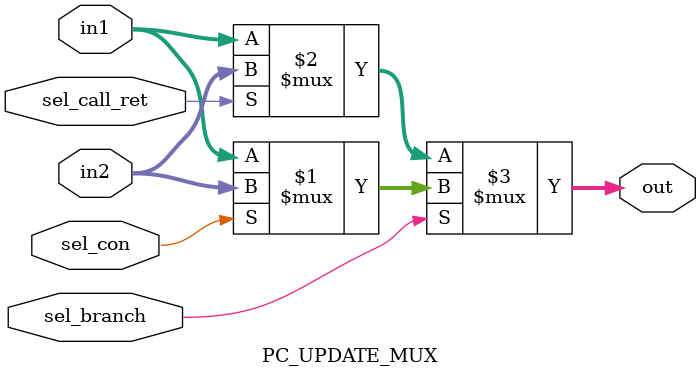
<source format=v>
`timescale 1ns / 1ps
module PC_UPDATE_MUX(in1,in2,out,sel_branch,sel_call_ret,sel_con );
	input [4:0] in1,in2;
	output [4:0] out;
	input sel_branch,sel_con,sel_call_ret;
	assign out= sel_branch ? (sel_con?in2:in1): (sel_call_ret?in2:in1);
endmodule

</source>
